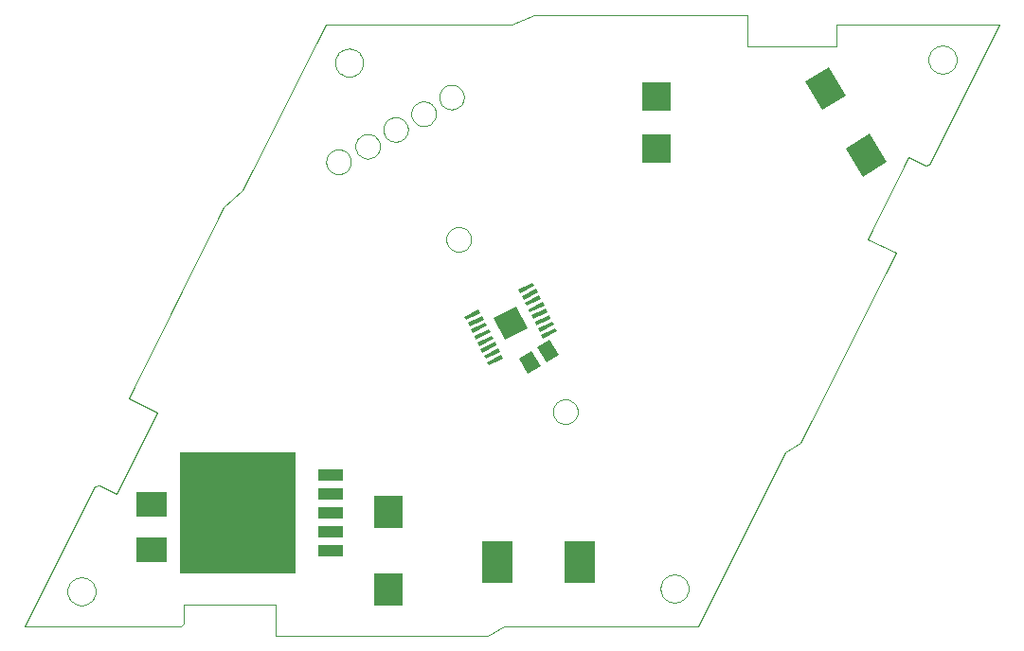
<source format=gtp>
G75*
%MOIN*%
%OFA0B0*%
%FSLAX24Y24*%
%IPPOS*%
%LPD*%
%AMOC8*
5,1,8,0,0,1.08239X$1,22.5*
%
%ADD10C,0.0000*%
%ADD11R,0.0875X0.0875*%
%ADD12R,0.0563X0.0138*%
%ADD13R,0.0512X0.0630*%
%ADD14R,0.1181X0.0984*%
%ADD15R,0.0984X0.1181*%
%ADD16R,0.4098X0.4252*%
%ADD17R,0.0850X0.0420*%
%ADD18R,0.1102X0.1496*%
%ADD19R,0.1000X0.1000*%
%ADD20R,0.1100X0.0900*%
D10*
X001543Y001214D02*
X007057Y001214D01*
X007162Y001332D01*
X007163Y001992D01*
X010376Y001990D01*
X010370Y000897D01*
X017853Y000897D01*
X018407Y001214D01*
X025254Y001214D01*
X028315Y007336D01*
X028846Y007690D01*
X032212Y014373D01*
X031218Y014865D01*
X032655Y017739D01*
X033246Y017444D01*
X033393Y017483D01*
X035864Y022424D01*
X030103Y022423D01*
X030103Y022424D02*
X030103Y021647D01*
X026989Y021647D01*
X026989Y022739D01*
X019476Y022739D01*
X018689Y022424D01*
X012143Y022424D01*
X009220Y016568D01*
X008561Y015977D01*
X005204Y009265D01*
X006218Y008753D01*
X004781Y005889D01*
X004191Y006184D01*
X004004Y006145D01*
X001543Y001214D01*
X003060Y002453D02*
X003062Y002497D01*
X003068Y002541D01*
X003078Y002584D01*
X003091Y002626D01*
X003109Y002666D01*
X003130Y002705D01*
X003154Y002742D01*
X003181Y002777D01*
X003212Y002809D01*
X003245Y002838D01*
X003281Y002864D01*
X003319Y002886D01*
X003359Y002905D01*
X003400Y002921D01*
X003443Y002933D01*
X003486Y002941D01*
X003530Y002945D01*
X003574Y002945D01*
X003618Y002941D01*
X003661Y002933D01*
X003704Y002921D01*
X003745Y002905D01*
X003785Y002886D01*
X003823Y002864D01*
X003859Y002838D01*
X003892Y002809D01*
X003923Y002777D01*
X003950Y002742D01*
X003974Y002705D01*
X003995Y002666D01*
X004013Y002626D01*
X004026Y002584D01*
X004036Y002541D01*
X004042Y002497D01*
X004044Y002453D01*
X004042Y002409D01*
X004036Y002365D01*
X004026Y002322D01*
X004013Y002280D01*
X003995Y002240D01*
X003974Y002201D01*
X003950Y002164D01*
X003923Y002129D01*
X003892Y002097D01*
X003859Y002068D01*
X003823Y002042D01*
X003785Y002020D01*
X003745Y002001D01*
X003704Y001985D01*
X003661Y001973D01*
X003618Y001965D01*
X003574Y001961D01*
X003530Y001961D01*
X003486Y001965D01*
X003443Y001973D01*
X003400Y001985D01*
X003359Y002001D01*
X003319Y002020D01*
X003281Y002042D01*
X003245Y002068D01*
X003212Y002097D01*
X003181Y002129D01*
X003154Y002164D01*
X003130Y002201D01*
X003109Y002240D01*
X003091Y002280D01*
X003078Y002322D01*
X003068Y002365D01*
X003062Y002409D01*
X003060Y002453D01*
X016391Y014853D02*
X016393Y014894D01*
X016399Y014935D01*
X016409Y014975D01*
X016422Y015014D01*
X016439Y015051D01*
X016460Y015087D01*
X016484Y015121D01*
X016511Y015152D01*
X016540Y015180D01*
X016573Y015206D01*
X016607Y015228D01*
X016644Y015247D01*
X016682Y015262D01*
X016722Y015274D01*
X016762Y015282D01*
X016803Y015286D01*
X016845Y015286D01*
X016886Y015282D01*
X016926Y015274D01*
X016966Y015262D01*
X017004Y015247D01*
X017040Y015228D01*
X017075Y015206D01*
X017108Y015180D01*
X017137Y015152D01*
X017164Y015121D01*
X017188Y015087D01*
X017209Y015051D01*
X017226Y015014D01*
X017239Y014975D01*
X017249Y014935D01*
X017255Y014894D01*
X017257Y014853D01*
X017255Y014812D01*
X017249Y014771D01*
X017239Y014731D01*
X017226Y014692D01*
X017209Y014655D01*
X017188Y014619D01*
X017164Y014585D01*
X017137Y014554D01*
X017108Y014526D01*
X017075Y014500D01*
X017041Y014478D01*
X017004Y014459D01*
X016966Y014444D01*
X016926Y014432D01*
X016886Y014424D01*
X016845Y014420D01*
X016803Y014420D01*
X016762Y014424D01*
X016722Y014432D01*
X016682Y014444D01*
X016644Y014459D01*
X016608Y014478D01*
X016573Y014500D01*
X016540Y014526D01*
X016511Y014554D01*
X016484Y014585D01*
X016460Y014619D01*
X016439Y014655D01*
X016422Y014692D01*
X016409Y014731D01*
X016399Y014771D01*
X016393Y014812D01*
X016391Y014853D01*
X012163Y017582D02*
X012165Y017623D01*
X012171Y017664D01*
X012181Y017704D01*
X012194Y017743D01*
X012211Y017780D01*
X012232Y017816D01*
X012256Y017850D01*
X012283Y017881D01*
X012312Y017909D01*
X012345Y017935D01*
X012379Y017957D01*
X012416Y017976D01*
X012454Y017991D01*
X012494Y018003D01*
X012534Y018011D01*
X012575Y018015D01*
X012617Y018015D01*
X012658Y018011D01*
X012698Y018003D01*
X012738Y017991D01*
X012776Y017976D01*
X012812Y017957D01*
X012847Y017935D01*
X012880Y017909D01*
X012909Y017881D01*
X012936Y017850D01*
X012960Y017816D01*
X012981Y017780D01*
X012998Y017743D01*
X013011Y017704D01*
X013021Y017664D01*
X013027Y017623D01*
X013029Y017582D01*
X013027Y017541D01*
X013021Y017500D01*
X013011Y017460D01*
X012998Y017421D01*
X012981Y017384D01*
X012960Y017348D01*
X012936Y017314D01*
X012909Y017283D01*
X012880Y017255D01*
X012847Y017229D01*
X012813Y017207D01*
X012776Y017188D01*
X012738Y017173D01*
X012698Y017161D01*
X012658Y017153D01*
X012617Y017149D01*
X012575Y017149D01*
X012534Y017153D01*
X012494Y017161D01*
X012454Y017173D01*
X012416Y017188D01*
X012380Y017207D01*
X012345Y017229D01*
X012312Y017255D01*
X012283Y017283D01*
X012256Y017314D01*
X012232Y017348D01*
X012211Y017384D01*
X012194Y017421D01*
X012181Y017460D01*
X012171Y017500D01*
X012165Y017541D01*
X012163Y017582D01*
X013187Y018133D02*
X013189Y018174D01*
X013195Y018215D01*
X013205Y018255D01*
X013218Y018294D01*
X013235Y018331D01*
X013256Y018367D01*
X013280Y018401D01*
X013307Y018432D01*
X013336Y018460D01*
X013369Y018486D01*
X013403Y018508D01*
X013440Y018527D01*
X013478Y018542D01*
X013518Y018554D01*
X013558Y018562D01*
X013599Y018566D01*
X013641Y018566D01*
X013682Y018562D01*
X013722Y018554D01*
X013762Y018542D01*
X013800Y018527D01*
X013836Y018508D01*
X013871Y018486D01*
X013904Y018460D01*
X013933Y018432D01*
X013960Y018401D01*
X013984Y018367D01*
X014005Y018331D01*
X014022Y018294D01*
X014035Y018255D01*
X014045Y018215D01*
X014051Y018174D01*
X014053Y018133D01*
X014051Y018092D01*
X014045Y018051D01*
X014035Y018011D01*
X014022Y017972D01*
X014005Y017935D01*
X013984Y017899D01*
X013960Y017865D01*
X013933Y017834D01*
X013904Y017806D01*
X013871Y017780D01*
X013837Y017758D01*
X013800Y017739D01*
X013762Y017724D01*
X013722Y017712D01*
X013682Y017704D01*
X013641Y017700D01*
X013599Y017700D01*
X013558Y017704D01*
X013518Y017712D01*
X013478Y017724D01*
X013440Y017739D01*
X013404Y017758D01*
X013369Y017780D01*
X013336Y017806D01*
X013307Y017834D01*
X013280Y017865D01*
X013256Y017899D01*
X013235Y017935D01*
X013218Y017972D01*
X013205Y018011D01*
X013195Y018051D01*
X013189Y018092D01*
X013187Y018133D01*
X014171Y018723D02*
X014173Y018764D01*
X014179Y018805D01*
X014189Y018845D01*
X014202Y018884D01*
X014219Y018921D01*
X014240Y018957D01*
X014264Y018991D01*
X014291Y019022D01*
X014320Y019050D01*
X014353Y019076D01*
X014387Y019098D01*
X014424Y019117D01*
X014462Y019132D01*
X014502Y019144D01*
X014542Y019152D01*
X014583Y019156D01*
X014625Y019156D01*
X014666Y019152D01*
X014706Y019144D01*
X014746Y019132D01*
X014784Y019117D01*
X014820Y019098D01*
X014855Y019076D01*
X014888Y019050D01*
X014917Y019022D01*
X014944Y018991D01*
X014968Y018957D01*
X014989Y018921D01*
X015006Y018884D01*
X015019Y018845D01*
X015029Y018805D01*
X015035Y018764D01*
X015037Y018723D01*
X015035Y018682D01*
X015029Y018641D01*
X015019Y018601D01*
X015006Y018562D01*
X014989Y018525D01*
X014968Y018489D01*
X014944Y018455D01*
X014917Y018424D01*
X014888Y018396D01*
X014855Y018370D01*
X014821Y018348D01*
X014784Y018329D01*
X014746Y018314D01*
X014706Y018302D01*
X014666Y018294D01*
X014625Y018290D01*
X014583Y018290D01*
X014542Y018294D01*
X014502Y018302D01*
X014462Y018314D01*
X014424Y018329D01*
X014388Y018348D01*
X014353Y018370D01*
X014320Y018396D01*
X014291Y018424D01*
X014264Y018455D01*
X014240Y018489D01*
X014219Y018525D01*
X014202Y018562D01*
X014189Y018601D01*
X014179Y018641D01*
X014173Y018682D01*
X014171Y018723D01*
X015155Y019275D02*
X015157Y019316D01*
X015163Y019357D01*
X015173Y019397D01*
X015186Y019436D01*
X015203Y019473D01*
X015224Y019509D01*
X015248Y019543D01*
X015275Y019574D01*
X015304Y019602D01*
X015337Y019628D01*
X015371Y019650D01*
X015408Y019669D01*
X015446Y019684D01*
X015486Y019696D01*
X015526Y019704D01*
X015567Y019708D01*
X015609Y019708D01*
X015650Y019704D01*
X015690Y019696D01*
X015730Y019684D01*
X015768Y019669D01*
X015804Y019650D01*
X015839Y019628D01*
X015872Y019602D01*
X015901Y019574D01*
X015928Y019543D01*
X015952Y019509D01*
X015973Y019473D01*
X015990Y019436D01*
X016003Y019397D01*
X016013Y019357D01*
X016019Y019316D01*
X016021Y019275D01*
X016019Y019234D01*
X016013Y019193D01*
X016003Y019153D01*
X015990Y019114D01*
X015973Y019077D01*
X015952Y019041D01*
X015928Y019007D01*
X015901Y018976D01*
X015872Y018948D01*
X015839Y018922D01*
X015805Y018900D01*
X015768Y018881D01*
X015730Y018866D01*
X015690Y018854D01*
X015650Y018846D01*
X015609Y018842D01*
X015567Y018842D01*
X015526Y018846D01*
X015486Y018854D01*
X015446Y018866D01*
X015408Y018881D01*
X015372Y018900D01*
X015337Y018922D01*
X015304Y018948D01*
X015275Y018976D01*
X015248Y019007D01*
X015224Y019041D01*
X015203Y019077D01*
X015186Y019114D01*
X015173Y019153D01*
X015163Y019193D01*
X015157Y019234D01*
X015155Y019275D01*
X016140Y019865D02*
X016142Y019906D01*
X016148Y019947D01*
X016158Y019987D01*
X016171Y020026D01*
X016188Y020063D01*
X016209Y020099D01*
X016233Y020133D01*
X016260Y020164D01*
X016289Y020192D01*
X016322Y020218D01*
X016356Y020240D01*
X016393Y020259D01*
X016431Y020274D01*
X016471Y020286D01*
X016511Y020294D01*
X016552Y020298D01*
X016594Y020298D01*
X016635Y020294D01*
X016675Y020286D01*
X016715Y020274D01*
X016753Y020259D01*
X016789Y020240D01*
X016824Y020218D01*
X016857Y020192D01*
X016886Y020164D01*
X016913Y020133D01*
X016937Y020099D01*
X016958Y020063D01*
X016975Y020026D01*
X016988Y019987D01*
X016998Y019947D01*
X017004Y019906D01*
X017006Y019865D01*
X017004Y019824D01*
X016998Y019783D01*
X016988Y019743D01*
X016975Y019704D01*
X016958Y019667D01*
X016937Y019631D01*
X016913Y019597D01*
X016886Y019566D01*
X016857Y019538D01*
X016824Y019512D01*
X016790Y019490D01*
X016753Y019471D01*
X016715Y019456D01*
X016675Y019444D01*
X016635Y019436D01*
X016594Y019432D01*
X016552Y019432D01*
X016511Y019436D01*
X016471Y019444D01*
X016431Y019456D01*
X016393Y019471D01*
X016357Y019490D01*
X016322Y019512D01*
X016289Y019538D01*
X016260Y019566D01*
X016233Y019597D01*
X016209Y019631D01*
X016188Y019667D01*
X016171Y019704D01*
X016158Y019743D01*
X016148Y019783D01*
X016142Y019824D01*
X016140Y019865D01*
X012478Y021079D02*
X012480Y021123D01*
X012486Y021167D01*
X012496Y021210D01*
X012509Y021252D01*
X012527Y021292D01*
X012548Y021331D01*
X012572Y021368D01*
X012599Y021403D01*
X012630Y021435D01*
X012663Y021464D01*
X012699Y021490D01*
X012737Y021512D01*
X012777Y021531D01*
X012818Y021547D01*
X012861Y021559D01*
X012904Y021567D01*
X012948Y021571D01*
X012992Y021571D01*
X013036Y021567D01*
X013079Y021559D01*
X013122Y021547D01*
X013163Y021531D01*
X013203Y021512D01*
X013241Y021490D01*
X013277Y021464D01*
X013310Y021435D01*
X013341Y021403D01*
X013368Y021368D01*
X013392Y021331D01*
X013413Y021292D01*
X013431Y021252D01*
X013444Y021210D01*
X013454Y021167D01*
X013460Y021123D01*
X013462Y021079D01*
X013460Y021035D01*
X013454Y020991D01*
X013444Y020948D01*
X013431Y020906D01*
X013413Y020866D01*
X013392Y020827D01*
X013368Y020790D01*
X013341Y020755D01*
X013310Y020723D01*
X013277Y020694D01*
X013241Y020668D01*
X013203Y020646D01*
X013163Y020627D01*
X013122Y020611D01*
X013079Y020599D01*
X013036Y020591D01*
X012992Y020587D01*
X012948Y020587D01*
X012904Y020591D01*
X012861Y020599D01*
X012818Y020611D01*
X012777Y020627D01*
X012737Y020646D01*
X012699Y020668D01*
X012663Y020694D01*
X012630Y020723D01*
X012599Y020755D01*
X012572Y020790D01*
X012548Y020827D01*
X012527Y020866D01*
X012509Y020906D01*
X012496Y020948D01*
X012486Y020991D01*
X012480Y021035D01*
X012478Y021079D01*
X020144Y008781D02*
X020146Y008822D01*
X020152Y008863D01*
X020162Y008903D01*
X020175Y008942D01*
X020192Y008979D01*
X020213Y009015D01*
X020237Y009049D01*
X020264Y009080D01*
X020293Y009108D01*
X020326Y009134D01*
X020360Y009156D01*
X020397Y009175D01*
X020435Y009190D01*
X020475Y009202D01*
X020515Y009210D01*
X020556Y009214D01*
X020598Y009214D01*
X020639Y009210D01*
X020679Y009202D01*
X020719Y009190D01*
X020757Y009175D01*
X020793Y009156D01*
X020828Y009134D01*
X020861Y009108D01*
X020890Y009080D01*
X020917Y009049D01*
X020941Y009015D01*
X020962Y008979D01*
X020979Y008942D01*
X020992Y008903D01*
X021002Y008863D01*
X021008Y008822D01*
X021010Y008781D01*
X021008Y008740D01*
X021002Y008699D01*
X020992Y008659D01*
X020979Y008620D01*
X020962Y008583D01*
X020941Y008547D01*
X020917Y008513D01*
X020890Y008482D01*
X020861Y008454D01*
X020828Y008428D01*
X020794Y008406D01*
X020757Y008387D01*
X020719Y008372D01*
X020679Y008360D01*
X020639Y008352D01*
X020598Y008348D01*
X020556Y008348D01*
X020515Y008352D01*
X020475Y008360D01*
X020435Y008372D01*
X020397Y008387D01*
X020361Y008406D01*
X020326Y008428D01*
X020293Y008454D01*
X020264Y008482D01*
X020237Y008513D01*
X020213Y008547D01*
X020192Y008583D01*
X020175Y008620D01*
X020162Y008659D01*
X020152Y008699D01*
X020146Y008740D01*
X020144Y008781D01*
X023929Y002550D02*
X023931Y002594D01*
X023937Y002638D01*
X023947Y002681D01*
X023960Y002723D01*
X023978Y002763D01*
X023999Y002802D01*
X024023Y002839D01*
X024050Y002874D01*
X024081Y002906D01*
X024114Y002935D01*
X024150Y002961D01*
X024188Y002983D01*
X024228Y003002D01*
X024269Y003018D01*
X024312Y003030D01*
X024355Y003038D01*
X024399Y003042D01*
X024443Y003042D01*
X024487Y003038D01*
X024530Y003030D01*
X024573Y003018D01*
X024614Y003002D01*
X024654Y002983D01*
X024692Y002961D01*
X024728Y002935D01*
X024761Y002906D01*
X024792Y002874D01*
X024819Y002839D01*
X024843Y002802D01*
X024864Y002763D01*
X024882Y002723D01*
X024895Y002681D01*
X024905Y002638D01*
X024911Y002594D01*
X024913Y002550D01*
X024911Y002506D01*
X024905Y002462D01*
X024895Y002419D01*
X024882Y002377D01*
X024864Y002337D01*
X024843Y002298D01*
X024819Y002261D01*
X024792Y002226D01*
X024761Y002194D01*
X024728Y002165D01*
X024692Y002139D01*
X024654Y002117D01*
X024614Y002098D01*
X024573Y002082D01*
X024530Y002070D01*
X024487Y002062D01*
X024443Y002058D01*
X024399Y002058D01*
X024355Y002062D01*
X024312Y002070D01*
X024269Y002082D01*
X024228Y002098D01*
X024188Y002117D01*
X024150Y002139D01*
X024114Y002165D01*
X024081Y002194D01*
X024050Y002226D01*
X024023Y002261D01*
X023999Y002298D01*
X023978Y002337D01*
X023960Y002377D01*
X023947Y002419D01*
X023937Y002462D01*
X023931Y002506D01*
X023929Y002550D01*
X033359Y021185D02*
X033361Y021229D01*
X033367Y021273D01*
X033377Y021316D01*
X033390Y021358D01*
X033408Y021398D01*
X033429Y021437D01*
X033453Y021474D01*
X033480Y021509D01*
X033511Y021541D01*
X033544Y021570D01*
X033580Y021596D01*
X033618Y021618D01*
X033658Y021637D01*
X033699Y021653D01*
X033742Y021665D01*
X033785Y021673D01*
X033829Y021677D01*
X033873Y021677D01*
X033917Y021673D01*
X033960Y021665D01*
X034003Y021653D01*
X034044Y021637D01*
X034084Y021618D01*
X034122Y021596D01*
X034158Y021570D01*
X034191Y021541D01*
X034222Y021509D01*
X034249Y021474D01*
X034273Y021437D01*
X034294Y021398D01*
X034312Y021358D01*
X034325Y021316D01*
X034335Y021273D01*
X034341Y021229D01*
X034343Y021185D01*
X034341Y021141D01*
X034335Y021097D01*
X034325Y021054D01*
X034312Y021012D01*
X034294Y020972D01*
X034273Y020933D01*
X034249Y020896D01*
X034222Y020861D01*
X034191Y020829D01*
X034158Y020800D01*
X034122Y020774D01*
X034084Y020752D01*
X034044Y020733D01*
X034003Y020717D01*
X033960Y020705D01*
X033917Y020697D01*
X033873Y020693D01*
X033829Y020693D01*
X033785Y020697D01*
X033742Y020705D01*
X033699Y020717D01*
X033658Y020733D01*
X033618Y020752D01*
X033580Y020774D01*
X033544Y020800D01*
X033511Y020829D01*
X033480Y020861D01*
X033453Y020896D01*
X033429Y020933D01*
X033408Y020972D01*
X033390Y021012D01*
X033377Y021054D01*
X033367Y021097D01*
X033361Y021141D01*
X033359Y021185D01*
D11*
G36*
X019236Y011702D02*
X018455Y011311D01*
X018064Y012092D01*
X018845Y012483D01*
X019236Y011702D01*
G37*
D12*
G36*
X019502Y011939D02*
X020004Y012190D01*
X020066Y012067D01*
X019564Y011816D01*
X019502Y011939D01*
G37*
G36*
X019387Y012168D02*
X019889Y012419D01*
X019951Y012296D01*
X019449Y012045D01*
X019387Y012168D01*
G37*
G36*
X019272Y012396D02*
X019774Y012647D01*
X019836Y012524D01*
X019334Y012273D01*
X019272Y012396D01*
G37*
G36*
X019158Y012625D02*
X019660Y012876D01*
X019722Y012753D01*
X019220Y012502D01*
X019158Y012625D01*
G37*
G36*
X019043Y012854D02*
X019545Y013105D01*
X019607Y012982D01*
X019105Y012731D01*
X019043Y012854D01*
G37*
G36*
X018929Y013083D02*
X019431Y013334D01*
X019493Y013211D01*
X018991Y012960D01*
X018929Y013083D01*
G37*
G36*
X019616Y011710D02*
X020118Y011961D01*
X020180Y011838D01*
X019678Y011587D01*
X019616Y011710D01*
G37*
G36*
X019731Y011481D02*
X020233Y011732D01*
X020295Y011609D01*
X019793Y011358D01*
X019731Y011481D01*
G37*
G36*
X017830Y010529D02*
X018332Y010780D01*
X018394Y010657D01*
X017892Y010406D01*
X017830Y010529D01*
G37*
G36*
X017715Y010758D02*
X018217Y011009D01*
X018279Y010886D01*
X017777Y010635D01*
X017715Y010758D01*
G37*
G36*
X017601Y010987D02*
X018103Y011238D01*
X018165Y011115D01*
X017663Y010864D01*
X017601Y010987D01*
G37*
G36*
X017486Y011216D02*
X017988Y011467D01*
X018050Y011344D01*
X017548Y011093D01*
X017486Y011216D01*
G37*
G36*
X017372Y011444D02*
X017874Y011695D01*
X017936Y011572D01*
X017434Y011321D01*
X017372Y011444D01*
G37*
G36*
X017257Y011673D02*
X017759Y011924D01*
X017821Y011801D01*
X017319Y011550D01*
X017257Y011673D01*
G37*
G36*
X017142Y011902D02*
X017644Y012153D01*
X017706Y012030D01*
X017204Y011779D01*
X017142Y011902D01*
G37*
G36*
X017028Y012131D02*
X017530Y012382D01*
X017592Y012259D01*
X017090Y012008D01*
X017028Y012131D01*
G37*
D13*
G36*
X019702Y010397D02*
X019267Y010129D01*
X018938Y010665D01*
X019373Y010933D01*
X019702Y010397D01*
G37*
G36*
X020339Y010788D02*
X019904Y010520D01*
X019575Y011056D01*
X020010Y011324D01*
X020339Y010788D01*
G37*
D14*
G36*
X031061Y017055D02*
X030445Y018060D01*
X031283Y018575D01*
X031899Y017570D01*
X031061Y017055D01*
G37*
G36*
X029621Y019405D02*
X029005Y020410D01*
X029843Y020925D01*
X030459Y019920D01*
X029621Y019405D01*
G37*
D15*
X014348Y005259D03*
X014348Y002503D03*
D16*
X009054Y005220D03*
D17*
X012334Y005220D03*
X012334Y004550D03*
X012334Y003880D03*
X012334Y005890D03*
X012334Y006560D03*
D18*
X018174Y003485D03*
X021088Y003485D03*
D19*
X023801Y018047D03*
X023801Y019897D03*
D20*
X006023Y005518D03*
X006023Y003907D03*
M02*

</source>
